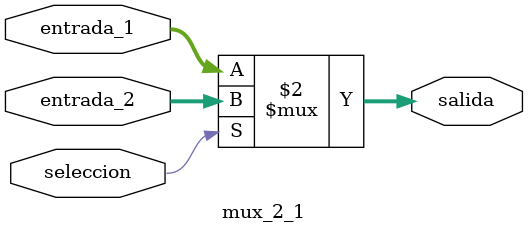
<source format=v>
`timescale 1ns / 1ps

/*

Implementacion de un multiplexor 2 entradas - 1 una salida. El ancho del bus de datos
que se permiten es configurable segun el valor que haya en el parametro.

*/

module mux_2_1(
	entrada_1,
	entrada_2,
	seleccion,
	salida
    );	
	
	parameter BITS_DATOS = 8;
	
	input [BITS_DATOS-1:0] entrada_1;
	input [BITS_DATOS-1:0] entrada_2;
	input seleccion;
	output [BITS_DATOS-1:0] salida;
	
	assign salida = seleccion == 1 ? entrada_2 : entrada_1;

endmodule

</source>
